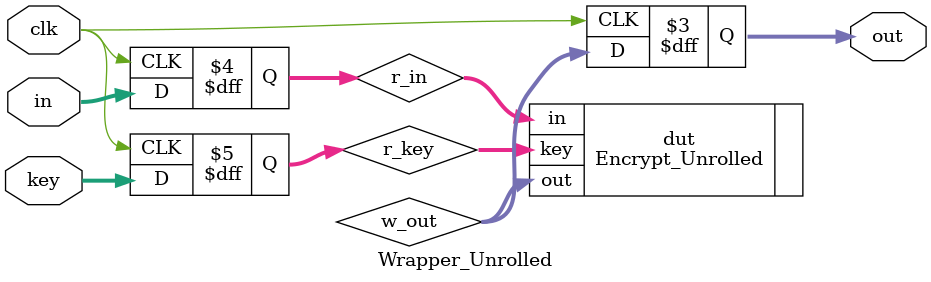
<source format=v>
`timescale 1ns / 1ps

module Wrapper_Unrolled #(parameter N=128, parameter Nr=10, parameter Nk=4) (
    input clk, // Clock này dùng cho Wrapper, không phải cho Core
    input [127:0] in,
    input [N-1:0] key,
    output reg [127:0] out
);

    reg [127:0] r_in;
    reg [N-1:0] r_key;

    wire [127:0] w_out;

    always @(posedge clk) begin
        r_in  <= in;
        r_key <= key;
    end

    Encrypt_Unrolled #(N, Nr, Nk) dut (
        .in(r_in),
        .key(r_key),
        .out(w_out)
    );

    always @(posedge clk) begin
        out <= w_out;
    end

endmodule
</source>
